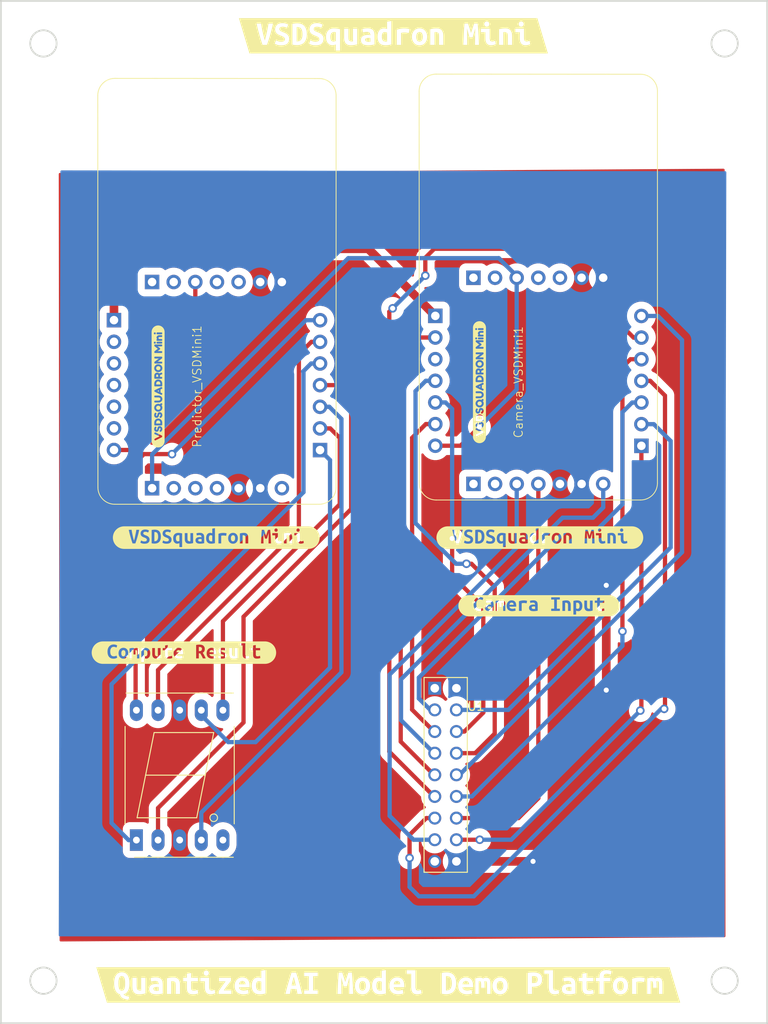
<source format=kicad_pcb>
(kicad_pcb (version 20240108) (generator "pcbnew") (generator_version "8.0")
  (layers (0 "F.Cu" signal) (31 "B.Cu" signal) (34 "B.Paste" user) (35 "F.Paste" user) (36 "B.SilkS" user "B.Silkscreen") (37 "F.SilkS" user "F.Silkscreen") (38 "B.Mask" user) (39 "F.Mask" user) (44 "Edge.Cuts" user))
  (net 0 "")
  (net 1 "Net-(AFF1-c)")
  (net 2 "Net-(AFF1-b)")
  (net 3 "Net-(AFF1-e)")
  (net 4 "Net-(AFF1-a)")
  (net 5 "+3.3V")
  (net 6 "Net-(AFF1-d)")
  (net 7 "Net-(AFF1-f)")
  (net 8 "Net-(AFF1-g)")
  (net 11 "Net-(Camera_VSDMini1-Nano_PC7)")
  (net 13 "Net-(Camera_VSDMini1-Nano_PC4)")
  (net 14 "Net-(Camera_VSDMini1-Nano_PD4)")
  (net 15 "Net-(Camera_VSDMini1-Nano_PD3)")
  (net 16 "Net-(Camera_VSDMini1-Nano_PA2)")
  (net 17 "Net-(Camera_VSDMini1-+5V)")
  (net 18 "Net-(Camera_VSDMini1-Nano_PD5)")
  (net 20 "GND")
  (net 21 "Net-(Camera_VSDMini1-Nano_PA1)")
  (net 22 "Net-(Camera_VSDMini1-Nano_PC1)")
  (net 25 "Net-(Camera_VSDMini1-Nano_PD0)")
  (net 26 "Net-(Camera_VSDMini1-Nano_PC6)")
  (net 27 "Net-(Camera_VSDMini1-Nano_PC2)")
  (net 28 "Net-(Camera_VSDMini1-Nano_PC5)")
  (net 29 "Net-(Camera_VSDMini1-Nano_PC0)")
  (net 31 "Net-(Camera_VSDMini1-Nano_PC3)")
  (net 32 "Net-(Camera_VSDMini1-Nano_PD2)")
  (net 36 "Net-(Predictor_VSDMini1-Nano_PD5)")
  (footprint "kibuzzard-66C8A86F" (layer "F.Cu") (at 71.5 126.5)
    (property "Reference" "kibuzzard-66C8A86F" (hide yes))
    (property "Value" "G***" (hide yes))
  )
  (footprint "VSD:VSDSquadron Mini" (layer "F.Cu") (at 73.5486 95.2564 90)
    (property "Reference" "Predictor_VSDMini1" (at 0 -0.5 90) (layer "F.SilkS") (effects (font (thickness 0.1))))
    (property "Value" "~")
    (pad "1" thru_hole rect (at -11.943567 -5.783567 90) (size 1.7 1.7) (drill 1) (layers "*.Cu" "*.Mask") (net 18 "Net-(Camera_VSDMini1-Nano_PD5)"))
    (pad "2" thru_hole oval (at -11.943567 -3.243567 90) (size 1.7 1.7) (drill 1) (layers "*.Cu" "*.Mask"))
    (pad "3" thru_hole oval (at -11.943567 -0.703567 90) (size 1.7 1.7) (drill 1) (layers "*.Cu" "*.Mask"))
    (pad "4" thru_hole oval (at -11.943567 1.836433 90) (size 1.7 1.7) (drill 1) (layers "*.Cu" "*.Mask"))
    (pad "5" thru_hole oval (at -11.943567 4.376433 90) (size 1.7 1.7) (drill 1) (layers "*.Cu" "*.Mask") (net 5 "+3.3V"))
    (pad "6" thru_hole oval (at -11.943567 6.916433 90) (size 1.7 1.7) (drill 1) (layers "*.Cu" "*.Mask") (net 20 "GND"))
    (pad "7" thru_hole oval (at -11.943567 9.456433 90) (size 1.7 1.7) (drill 1) (layers "*.Cu" "*.Mask"))
    (pad "8" thru_hole rect (at -7.468567 13.936433 180) (size 1.7 1.7) (drill 1) (layers "*.Cu" "*.Mask") (net 4 "Net-(AFF1-a)"))
    (pad "9" thru_hole oval (at -4.928567 13.936433 180) (size 1.7 1.7) (drill 1) (layers "*.Cu" "*.Mask") (net 2 "Net-(AFF1-b)"))
    (pad "10" thru_hole oval (at -2.388567 13.936433 180) (size 1.7 1.7) (drill 1) (layers "*.Cu" "*.Mask") (net 1 "Net-(AFF1-c)"))
    (pad "11" thru_hole oval (at 0.151433 13.936433 180) (size 1.7 1.7) (drill 1) (layers "*.Cu" "*.Mask") (net 6 "Net-(AFF1-d)"))
    (pad "12" thru_hole oval (at 2.691433 13.936433 180) (size 1.7 1.7) (drill 1) (layers "*.Cu" "*.Mask") (net 3 "Net-(AFF1-e)"))
    (pad "13" thru_hole oval (at 5.231433 13.936433 180) (size 1.7 1.7) (drill 1) (layers "*.Cu" "*.Mask") (net 7 "Net-(AFF1-f)"))
    (pad "14" thru_hole oval (at 7.771433 13.936433 180) (size 1.7 1.7) (drill 1) (layers "*.Cu" "*.Mask") (net 8 "Net-(AFF1-g)"))
    (pad "15" thru_hole oval (at 12.256433 9.451433 90) (size 1.7 1.7) (drill 1) (layers "*.Cu" "*.Mask") (net 20 "GND"))
    (pad "16" thru_hole oval (at 12.256433 6.911433 90) (size 1.7 1.7) (drill 1) (layers "*.Cu" "*.Mask") (net 5 "+3.3V"))
    (pad "17" thru_hole oval (at 12.256433 4.371433 90) (size 1.7 1.7) (drill 1) (layers "*.Cu" "*.Mask"))
    (pad "18" thru_hole oval (at 12.256433 1.831433 90) (size 1.7 1.7) (drill 1) (layers "*.Cu" "*.Mask"))
    (pad "19" thru_hole oval (at 12.256433 -0.708567 90) (size 1.7 1.7) (drill 1) (layers "*.Cu" "*.Mask") (net 36 "Net-(Predictor_VSDMini1-Nano_PD5)"))
    (pad "20" thru_hole oval (at 12.256433 -3.248567 90) (size 1.7 1.7) (drill 1) (layers "*.Cu" "*.Mask"))
    (pad "21" thru_hole rect (at 12.256433 -5.788567 90) (size 1.7 1.7) (drill 1) (layers "*.Cu" "*.Mask"))
    (pad "22" thru_hole rect (at 7.781433 -10.263567) (size 1.7 1.7) (drill 1) (layers "*.Cu" "*.Mask") (net 17 "Net-(Camera_VSDMini1-+5V)"))
    (pad "23" thru_hole oval (at 5.241433 -10.263567) (size 1.7 1.7) (drill 1) (layers "*.Cu" "*.Mask"))
    (pad "24" thru_hole oval (at 2.701433 -10.263567) (size 1.7 1.7) (drill 1) (layers "*.Cu" "*.Mask"))
    (pad "25" thru_hole oval (at 0.161433 -10.263567) (size 1.7 1.7) (drill 1) (layers "*.Cu" "*.Mask"))
    (pad "26" thru_hole oval (at -2.378567 -10.263567) (size 1.7 1.7) (drill 1) (layers "*.Cu" "*.Mask"))
    (pad "27" thru_hole oval (at -4.918567 -10.263567) (size 1.7 1.7) (drill 1) (layers "*.Cu" "*.Mask"))
    (pad "28" thru_hole oval (at -7.458567 -10.263567) (size 1.7 1.7) (drill 1) (layers "*.Cu" "*.Mask") (net 36 "Net-(Predictor_VSDMini1-Nano_PD5)"))
  )
  (footprint "kibuzzard-66C8A7E0" (layer "F.Cu") (at 113.2 121)
    (property "Reference" "kibuzzard-66C8A7E0" (hide yes))
    (property "Value" "G***" (hide yes))
  )
  (footprint "Display_7Segment:7SegmentLED_LTS6760_LTS6780" (layer "F.Cu") (at 65.92 148.5 90)
    (property "Reference" "AFF1" (hide yes))
    (property "Value" "LTS-6960HR" (hide yes))
    (pad "1" thru_hole rect (at 0 0) (size 1.524 2.524) (drill 0.8) (layers "*.Cu" "*.Mask") (net 3 "Net-(AFF1-e)"))
    (pad "2" thru_hole oval (at 0 2.54) (size 1.524 2.524) (drill 0.8) (layers "*.Cu" "*.Mask") (net 6 "Net-(AFF1-d)"))
    (pad "3" thru_hole oval (at 0 5.08) (size 1.524 2.524) (drill 0.8) (layers "*.Cu" "*.Mask") (net 5 "+3.3V"))
    (pad "4" thru_hole oval (at 0 7.62) (size 1.524 2.524) (drill 0.8) (layers "*.Cu" "*.Mask") (net 1 "Net-(AFF1-c)"))
    (pad "5" thru_hole oval (at 0 10.16) (size 1.524 2.524) (drill 0.8) (layers "*.Cu" "*.Mask"))
    (pad "6" thru_hole oval (at 15.24 10.16) (size 1.524 2.524) (drill 0.8) (layers "*.Cu" "*.Mask") (net 2 "Net-(AFF1-b)"))
    (pad "7" thru_hole oval (at 15.24 7.62) (size 1.524 2.524) (drill 0.8) (layers "*.Cu" "*.Mask") (net 4 "Net-(AFF1-a)"))
    (pad "8" thru_hole oval (at 15.24 5.08) (size 1.524 2.524) (drill 0.8) (layers "*.Cu" "*.Mask") (net 5 "+3.3V"))
    (pad "9" thru_hole oval (at 15.24 2.54) (size 1.524 2.524) (drill 0.8) (layers "*.Cu" "*.Mask") (net 7 "Net-(AFF1-f)"))
    (pad "10" thru_hole oval (at 15.24 0) (size 1.524 2.524) (drill 0.8) (layers "*.Cu" "*.Mask") (net 8 "Net-(AFF1-g)"))
  )
  (footprint "kibuzzard-66C8A791" (layer "F.Cu") (at 75.3 113)
    (property "Reference" "kibuzzard-66C8A791" (hide yes))
    (property "Value" "G***" (hide yes))
  )
  (footprint "VSD:VSDSquadron Mini" (layer "F.Cu") (at 111.2886 94.7564 90)
    (property "Reference" "Camera_VSDMini1" (at 0 -0.5 90) (layer "F.SilkS") (effects (font (thickness 0.1))))
    (property "Value" "~")
    (pad "1" thru_hole rect (at -11.943567 -5.783567 90) (size 1.7 1.7) (drill 1) (layers "*.Cu" "*.Mask"))
    (pad "2" thru_hole oval (at -11.943567 -3.243567 90) (size 1.7 1.7) (drill 1) (layers "*.Cu" "*.Mask"))
    (pad "3" thru_hole oval (at -11.943567 -0.703567 90) (size 1.7 1.7) (drill 1) (layers "*.Cu" "*.Mask") (net 21 "Net-(Camera_VSDMini1-Nano_PA1)"))
    (pad "4" thru_hole oval (at -11.943567 1.836433 90) (size 1.7 1.7) (drill 1) (layers "*.Cu" "*.Mask") (net 16 "Net-(Camera_VSDMini1-Nano_PA2)"))
    (pad "5" thru_hole oval (at -11.943567 4.376433 90) (size 1.7 1.7) (drill 1) (layers "*.Cu" "*.Mask") (net 5 "+3.3V"))
    (pad "6" thru_hole oval (at -11.943567 6.916433 90) (size 1.7 1.7) (drill 1) (layers "*.Cu" "*.Mask") (net 20 "GND"))
    (pad "7" thru_hole oval (at -11.943567 9.456433 90) (size 1.7 1.7) (drill 1) (layers "*.Cu" "*.Mask") (net 25 "Net-(Camera_VSDMini1-Nano_PD0)"))
    (pad "8" thru_hole rect (at -7.468567 13.936433 180) (size 1.7 1.7) (drill 1) (layers "*.Cu" "*.Mask") (net 29 "Net-(Camera_VSDMini1-Nano_PC0)"))
    (pad "9" thru_hole oval (at -4.928567 13.936433 180) (size 1.7 1.7) (drill 1) (layers "*.Cu" "*.Mask") (net 22 "Net-(Camera_VSDMini1-Nano_PC1)"))
    (pad "10" thru_hole oval (at -2.388567 13.936433 180) (size 1.7 1.7) (drill 1) (layers "*.Cu" "*.Mask") (net 27 "Net-(Camera_VSDMini1-Nano_PC2)"))
    (pad "11" thru_hole oval (at 0.151433 13.936433 180) (size 1.7 1.7) (drill 1) (layers "*.Cu" "*.Mask") (net 31 "Net-(Camera_VSDMini1-Nano_PC3)"))
    (pad "12" thru_hole oval (at 2.691433 13.936433 180) (size 1.7 1.7) (drill 1) (layers "*.Cu" "*.Mask") (net 13 "Net-(Camera_VSDMini1-Nano_PC4)"))
    (pad "13" thru_hole oval (at 5.231433 13.936433 180) (size 1.7 1.7) (drill 1) (layers "*.Cu" "*.Mask") (net 28 "Net-(Camera_VSDMini1-Nano_PC5)"))
    (pad "14" thru_hole oval (at 7.771433 13.936433 180) (size 1.7 1.7) (drill 1) (layers "*.Cu" "*.Mask") (net 26 "Net-(Camera_VSDMini1-Nano_PC6)"))
    (pad "15" thru_hole oval (at 12.256433 9.451433 90) (size 1.7 1.7) (drill 1) (layers "*.Cu" "*.Mask") (net 20 "GND"))
    (pad "16" thru_hole oval (at 12.256433 6.911433 90) (size 1.7 1.7) (drill 1) (layers "*.Cu" "*.Mask") (net 5 "+3.3V"))
    (pad "17" thru_hole oval (at 12.256433 4.371433 90) (size 1.7 1.7) (drill 1) (layers "*.Cu" "*.Mask"))
    (pad "18" thru_hole oval (at 12.256433 1.831433 90) (size 1.7 1.7) (drill 1) (layers "*.Cu" "*.Mask"))
    (pad "19" thru_hole oval (at 12.256433 -0.708567 90) (size 1.7 1.7) (drill 1) (layers "*.Cu" "*.Mask") (net 18 "Net-(Camera_VSDMini1-Nano_PD5)"))
    (pad "20" thru_hole oval (at 12.256433 -3.248567 90) (size 1.7 1.7) (drill 1) (layers "*.Cu" "*.Mask"))
    (pad "21" thru_hole rect (at 12.256433 -5.788567 90) (size 1.7 1.7) (drill 1) (layers "*.Cu" "*.Mask"))
    (pad "22" thru_hole rect (at 7.781433 -10.263567) (size 1.7 1.7) (drill 1) (layers "*.Cu" "*.Mask") (net 17 "Net-(Camera_VSDMini1-+5V)"))
    (pad "23" thru_hole oval (at 5.241433 -10.263567) (size 1.7 1.7) (drill 1) (layers "*.Cu" "*.Mask") (net 11 "Net-(Camera_VSDMini1-Nano_PC7)"))
    (pad "24" thru_hole oval (at 2.701433 -10.263567) (size 1.7 1.7) (drill 1) (layers "*.Cu" "*.Mask"))
    (pad "25" thru_hole oval (at 0.161433 -10.263567) (size 1.7 1.7) (drill 1) (layers "*.Cu" "*.Mask") (net 32 "Net-(Camera_VSDMini1-Nano_PD2)"))
    (pad "26" thru_hole oval (at -2.378567 -10.263567) (size 1.7 1.7) (drill 1) (layers "*.Cu" "*.Mask") (net 15 "Net-(Camera_VSDMini1-Nano_PD3)"))
    (pad "27" thru_hole oval (at -4.918567 -10.263567) (size 1.7 1.7) (drill 1) (layers "*.Cu" "*.Mask") (net 14 "Net-(Camera_VSDMini1-Nano_PD4)"))
    (pad "28" thru_hole oval (at -7.458567 -10.263567) (size 1.7 1.7) (drill 1) (layers "*.Cu" "*.Mask") (net 18 "Net-(Camera_VSDMini1-Nano_PD5)"))
  )
  (footprint "kibuzzard-66C8ADA8" (layer "F.Cu") (at 95.5 165.5)
    (property "Reference" "kibuzzard-66C8ADA8" (hide yes))
    (property "Value" "G***" (hide yes))
  )
  (footprint "kibuzzard-66C8A791" (layer "F.Cu") (at 113.3 113)
    (property "Reference" "kibuzzard-66C8A791" (hide yes))
    (property "Value" "G***" (hide yes))
  )
  (footprint "kibuzzard-66C8AD7B" (layer "F.Cu") (at 96.1 54.1)
    (property "Reference" "kibuzzard-66C8AD7B" (hide yes))
    (property "Value" "G***" (hide yes))
  )
  (footprint "OV7670:CAMERA-OV7670-DIP" (layer "F.Cu") (at 114.46 141)
    (property "Reference" "U1" (at -8.652 -8.19 180) (layer "F.SilkS"))
    (property "Value" "CAMERA-OV7670")
    (pad "P$1" thru_hole circle (at -13.5 10) (size 1.524 1.524) (drill 1.016) (layers "*.Cu" "*.Mask") (net 5 "+3.3V"))
    (pad "P$2" thru_hole circle (at -13.5 7.46) (size 1.524 1.524) (drill 1.016) (layers "*.Cu" "*.Mask") (net 21 "Net-(Camera_VSDMini1-Nano_PA1)"))
    (pad "P$3" thru_hole circle (at -13.5 4.92) (size 1.524 1.524) (drill 1.016) (layers "*.Cu" "*.Mask") (net 31 "Net-(Camera_VSDMini1-Nano_PC3)"))
    (pad "P$4" thru_hole circle (at -13.5 2.38) (size 1.524 1.524) (drill 1.016) (layers "*.Cu" "*.Mask") (net 28 "Net-(Camera_VSDMini1-Nano_PC5)"))
    (pad "P$5" thru_hole circle (at -13.5 -0.16) (size 1.524 1.524) (drill 1.016) (layers "*.Cu" "*.Mask") (net 11 "Net-(Camera_VSDMini1-Nano_PC7)"))
    (pad "P$6" thru_hole circle (at -13.5 -2.7) (size 1.524 1.524) (drill 1.016) (layers "*.Cu" "*.Mask") (net 25 "Net-(Camera_VSDMini1-Nano_PD0)"))
    (pad "P$7" thru_hole circle (at -13.5 -5.24) (size 1.524 1.524) (drill 1.016) (layers "*.Cu" "*.Mask") (net 14 "Net-(Camera_VSDMini1-Nano_PD4)"))
    (pad "P$8" thru_hole circle (at -13.5 -7.78) (size 1.524 1.524) (drill 1.016) (layers "*.Cu" "*.Mask") (net 27 "Net-(Camera_VSDMini1-Nano_PC2)"))
    (pad "P$9" thru_hole rect (at -13.5 -10.32) (size 1.524 1.524) (drill 1.016) (layers "*.Cu" "*.Mask") (net 5 "+3.3V"))
    (pad "P$10" thru_hole circle (at -10.96 -10.32) (size 1.524 1.524) (drill 1.016) (layers "*.Cu" "*.Mask") (net 20 "GND"))
    (pad "P$11" thru_hole circle (at -10.96 -7.78) (size 1.524 1.524) (drill 1.016) (layers "*.Cu" "*.Mask") (net 22 "Net-(Camera_VSDMini1-Nano_PC1)"))
    (pad "P$12" thru_hole circle (at -10.96 -5.24) (size 1.524 1.524) (drill 1.016) (layers "*.Cu" "*.Mask") (net 15 "Net-(Camera_VSDMini1-Nano_PD3)"))
    (pad "P$13" thru_hole circle (at -10.96 -2.7) (size 1.524 1.524) (drill 1.016) (layers "*.Cu" "*.Mask") (net 32 "Net-(Camera_VSDMini1-Nano_PD2)"))
    (pad "P$14" thru_hole circle (at -10.96 -0.16) (size 1.524 1.524) (drill 1.016) (layers "*.Cu" "*.Mask") (net 26 "Net-(Camera_VSDMini1-Nano_PC6)"))
    (pad "P$15" thru_hole circle (at -10.96 2.38) (size 1.524 1.524) (drill 1.016) (layers "*.Cu" "*.Mask") (net 13 "Net-(Camera_VSDMini1-Nano_PC4)"))
    (pad "P$16" thru_hole circle (at -10.96 4.92) (size 1.524 1.524) (drill 1.016) (layers "*.Cu" "*.Mask") (net 16 "Net-(Camera_VSDMini1-Nano_PA2)"))
    (pad "P$17" thru_hole circle (at -10.96 7.46) (size 1.524 1.524) (drill 1.016) (layers "*.Cu" "*.Mask") (net 29 "Net-(Camera_VSDMini1-Nano_PC0)"))
    (pad "P$18" thru_hole circle (at -10.96 10) (size 1.524 1.524) (drill 1.016) (layers "*.Cu" "*.Mask") (net 20 "GND"))
  )
  (gr_circle (center 55 55) (end 56.55 55) (stroke (width 0.2)) (fill none) (layer "Edge.Cuts"))
  (gr_rect (start 50 50) (end 140 170) (stroke (width 0.2)) (fill none) (layer "Edge.Cuts"))
  (gr_circle (center 135 165) (end 136.55 165) (stroke (width 0.2)) (fill none) (layer "Edge.Cuts"))
  (gr_circle (center 135 55) (end 136.55 55) (stroke (width 0.2)) (fill none) (layer "Edge.Cuts"))
  (gr_circle (center 55 165) (end 56.55 165) (stroke (width 0.2)) (fill none) (layer "Edge.Cuts"))
  (segment (start 73.54 145.2722) (end 90 128.8122) (width 0.5) (layer "B.Cu") (net 1))
  (segment (start 90 99.0733) (end 88.5717 97.645) (width 0.5) (layer "B.Cu") (net 1))
  (segment (start 88.5717 97.645) (end 87.485 97.645) (width 0.5) (layer "B.Cu") (net 1))
  (segment (start 90 128.8122) (end 90 99.0733) (width 0.5) (layer "B.Cu") (net 1))
  (segment (start 73.54 148.5) (end 73.54 145.2722) (width 0.5) (layer "B.Cu") (net 1))
  (segment (start 89.8 101.3) (end 89.8 109.095046) (width 0.5) (layer "F.Cu") (net 2))
  (segment (start 88.685 100.185) (end 89.8 101.3) (width 0.5) (layer "F.Cu") (net 2))
  (segment (start 76.08 122.815046) (end 76.08 133.26) (width 0.5) (layer "F.Cu") (net 2))
  (segment (start 89.8 109.095046) (end 76.08 122.815046) (width 0.5) (layer "F.Cu") (net 2))
  (segment (start 87.485 100.185) (end 88.685 100.185) (width 0.5) (layer "F.Cu") (net 2))
  (segment (start 65 148.5) (end 63 146.5) (width 0.5) (layer "B.Cu") (net 3))
  (segment (start 63 130.2113) (end 85.5433 107.668) (width 0.5) (layer "B.Cu") (net 3))
  (segment (start 86.435 92.565) (end 87.485 92.565) (width 0.5) (layer "B.Cu") (net 3))
  (segment (start 85.5 93.5) (end 86.435 92.565) (width 0.5) (layer "B.Cu") (net 3))
  (segment (start 85.5433 107.668) (end 85.5433 93.5433) (width 0.5) (layer "B.Cu") (net 3))
  (segment (start 85.5433 93.5433) (end 85.5 93.5) (width 0.5) (layer "B.Cu") (net 3))
  (segment (start 63 146.5) (end 63 130.2113) (width 0.5) (layer "B.Cu") (net 3))
  (segment (start 65.92 148.5) (end 65 148.5) (width 0.5) (layer "B.Cu") (net 3))
  (segment (start 88.66 128.257154) (end 88.66 103.9) (width 0.5) (layer "B.Cu") (net 4))
  (segment (start 79.917154 137) (end 88.66 128.257154) (width 0.5) (layer "B.Cu") (net 4))
  (segment (start 88.66 103.9) (end 87.485 102.725) (width 0.5) (layer "B.Cu") (net 4))
  (segment (start 73.54 133.26) (end 73.54 133.839124) (width 0.5) (layer "B.Cu") (net 4))
  (segment (start 73.54 133.839124) (end 76.700876 137) (width 0.5) (layer "B.Cu") (net 4))
  (segment (start 76.700876 137) (end 79.917154 137) (width 0.5) (layer "B.Cu") (net 4))
  (segment (start 68.46 144.74) (end 78.5 134.7) (width 0.5) (layer "F.Cu") (net 6))
  (segment (start 91.14 109.650092) (end 91.14 96.8183) (width 0.5) (layer "F.Cu") (net 6))
  (segment (start 89.4267 95.105) (end 87.485 95.105) (width 0.5) (layer "F.Cu") (net 6))
  (segment (start 78.5 122.290092) (end 91.14 109.650092) (width 0.5) (layer "F.Cu") (net 6))
  (segment (start 68.46 148.5) (end 68.46 144.74) (width 0.5) (layer "F.Cu") (net 6))
  (segment (start 78.5 134.7) (end 78.5 122.290092) (width 0.5) (layer "F.Cu") (net 6))
  (segment (start 91.14 96.8183) (end 89.4267 95.105) (width 0.5) (layer "F.Cu") (net 6))
  (segment (start 86.475 90.025) (end 87.485 90.025) (width 0.5) (layer "F.Cu") (net 7))
  (segment (start 85 112) (end 85 91.5) (width 0.5) (layer "F.Cu") (net 7))
  (segment (start 85 91.5) (end 86.475 90.025) (width 0.5) (layer "F.Cu") (net 7))
  (segment (start 68.46 133.26) (end 68.46 128.54) (width 0.5) (layer "F.Cu") (net 7))
  (segment (start 68.46 128.54) (end 85 112) (width 0.5) (layer "F.Cu") (net 7))
  (segment (start 66.8 103.2) (end 70.1 103.2) (width 0.5) (layer "F.Cu") (net 8))
  (segment (start 65.825033 104.174967) (end 66.8 103.2) (width 0.5) (layer "F.Cu") (net 8))
  (segment (start 65.92 133.26) (end 65.825033 133.165033) (width 0.5) (layer "F.Cu") (net 8))
  (segment (start 65.825033 133.165033) (end 65.825033 104.174967) (width 0.5) (layer "F.Cu") (net 8))
  (via (at 70.1 103.2) (size 1) (drill 0.6) (layers "F.Cu" "B.Cu") (net 8))
  (segment (start 85.815033 87.484967) (end 87.485033 87.484967) (width 0.5) (layer "B.Cu") (net 8))
  (segment (start 70.1 103.2) (end 85.815033 87.484967) (width 0.5) (layer "B.Cu") (net 8))
  (segment (start 100.96 140.84) (end 100.861 140.84) (width 0.5) (layer "F.Cu") (net 11))
  (segment (start 96.96 91.6383) (end 99.0833 89.515) (width 0.5) (layer "F.Cu") (net 11))
  (segment (start 100.861 140.84) (end 96.96 136.939) (width 0.5) (layer "F.Cu") (net 11))
  (segment (start 99.0833 89.515) (end 101.025 89.515) (width 0.5) (layer "F.Cu") (net 11))
  (segment (start 96.96 136.939) (end 96.96 91.6383) (width 0.5) (layer "F.Cu") (net 11))
  (segment (start 123 93) (end 123.935 92.065) (width 0.5) (layer "F.Cu") (net 13))
  (segment (start 123 124) (end 123 93) (width 0.5) (layer "F.Cu") (net 13))
  (segment (start 123.935 92.065) (end 125.225 92.065) (width 0.5) (layer "F.Cu") (net 13))
  (via (at 123 124) (size 1) (drill 0.6) (layers "F.Cu" "B.Cu") (net 13))
  (segment (start 123 124) (end 123 125.7) (width 0.5) (layer "B.Cu") (net 13))
  (segment (start 105.32 143.38) (end 103.5 143.38) (width 0.5) (layer "B.Cu") (net 13))
  (segment (start 123 125.7) (end 105.32 143.38) (width 0.5) (layer "B.Cu") (net 13))
  (segment (start 98.3 133.1935) (end 98.3 101.2833) (width 0.5) (layer "F.Cu") (net 14))
  (segment (start 98.3 101.2833) (end 99.9083 99.675) (width 0.5) (layer "F.Cu") (net 14))
  (segment (start 99.9083 99.675) (end 101.025 99.675) (width 0.5) (layer "F.Cu") (net 14))
  (segment (start 100.96 135.76) (end 100.8665 135.76) (width 0.5) (layer "F.Cu") (net 14))
  (segment (start 100.8665 135.76) (end 98.3 133.1935) (width 0.5) (layer "F.Cu") (net 14))
  (segment (start 104.44 135.76) (end 103.5 135.76) (width 0.5) (layer "F.Cu") (net 15))
  (segment (start 106.66 121.125757) (end 106.66 133.54) (width 0.5) (layer "F.Cu") (net 15))
  (segment (start 103 113.1) (end 103 117.307156) (width 0.5) (layer "F.Cu") (net 15))
  (segment (start 103 117.307156) (end 103.096422 117.403578) (width 0.5) (layer "F.Cu") (net 15))
  (segment (start 103.096422 117.403578) (end 103.096422 117.562179) (width 0.5) (layer "F.Cu") (net 15))
  (segment (start 103.096422 117.562179) (end 106.66 121.125757) (width 0.5) (layer "F.Cu") (net 15))
  (segment (start 106.66 133.54) (end 104.44 135.76) (width 0.5) (layer "F.Cu") (net 15))
  (via (at 103 113.1) (size 1) (drill 0.6) (layers "F.Cu" "B.Cu") (net 15))
  (segment (start 103 113.1) (end 103 97.907853) (width 0.5) (layer "B.Cu") (net 15))
  (segment (start 103 97.907853) (end 102.227114 97.134967) (width 0.5) (layer "B.Cu") (net 15))
  (segment (start 102.227114 97.134967) (end 101.025033 97.134967) (width 0.5) (layer "B.Cu") (net 15))
  (segment (start 110.789908 145.92) (end 103.5 145.92) (width 0.5) (layer "F.Cu") (net 16))
  (segment (start 113.125 106.7) (end 113.125 143.584908) (width 0.5) (layer "F.Cu") (net 16))
  (segment (start 113.125 143.584908) (end 110.789908 145.92) (width 0.5) (layer "F.Cu") (net 16))
  (segment (start 93.150066 79.1) (end 101.025033 86.974967) (width 1.016) (layer "F.Cu") (net 17))
  (segment (start 63.285033 87.474967) (end 63.285033 83.078967) (width 1.016) (layer "F.Cu") (net 17))
  (segment (start 67.264 79.1) (end 93.150066 79.1) (width 1.016) (layer "F.Cu") (net 17))
  (segment (start 63.285033 83.078967) (end 67.264 79.1) (width 1.016) (layer "F.Cu") (net 17))
  (segment (start 103.985033 102.214967) (end 101.025033 102.214967) (width 0.5) (layer "F.Cu") (net 18))
  (segment (start 106.2 100) (end 103.985033 102.214967) (width 0.5) (layer "F.Cu") (net 18))
  (via (at 106.2 100) (size 1) (drill 0.6) (layers "F.Cu" "B.Cu") (net 18))
  (segment (start 110.58 95.62) (end 110.58 82.5) (width 0.5) (layer "B.Cu") (net 18))
  (segment (start 110.58 82.5) (end 110.580033 82.499967) (width 0.5) (layer "B.Cu") (net 18))
  (segment (start 110.580033 82.499967) (end 110.580033 82.296392) (width 0.5) (layer "B.Cu") (net 18))
  (segment (start 110.580033 82.296392) (end 108.483641 80.2) (width 0.5) (layer "B.Cu") (net 18))
  (segment (start 108.483641 80.2) (end 90.8 80.2) (width 0.5) (layer "B.Cu") (net 18))
  (segment (start 106.2 100) (end 110.58 95.62) (width 0.5) (layer "B.Cu") (net 18))
  (segment (start 90.8 80.2) (end 67.765 103.235) (width 0.5) (layer "B.Cu") (net 18))
  (segment (start 67.765 103.235) (end 67.765 107.2) (width 0.5) (layer "B.Cu") (net 18))
  (segment (start 103.5 151) (end 112.5 151) (width 1.016) (layer "F.Cu") (net 20))
  (segment (start 121.1 118.6) (end 121.1 130.9) (width 1.016) (layer "F.Cu") (net 20))
  (via (at 121.1 118.6) (size 1) (drill 0.6) (layers "F.Cu" "B.Cu") (net 20))
  (via (at 112.5 151) (size 1) (drill 0.6) (layers "F.Cu" "B.Cu") (net 20))
  (via (at 121.1 130.9) (size 1) (drill 0.6) (layers "F.Cu" "B.Cu") (net 20))
  (segment (start 95.66 129.075354) (end 95.66 145.66) (width 0.5) (layer "B.Cu") (net 21))
  (segment (start 110.585 114.150354) (end 95.66 129.075354) (width 0.5) (layer "B.Cu") (net 21))
  (segment (start 95.66 145.66) (end 98.46 148.46) (width 0.5) (layer "B.Cu") (net 21))
  (segment (start 98.46 148.46) (end 100.96 148.46) (width 0.5) (layer "B.Cu") (net 21))
  (segment (start 110.585 106.7) (end 110.585 114.150354) (width 0.5) (layer "B.Cu") (net 21))
  (segment (start 109.595754 133.22) (end 103.5 133.22) (width 0.5) (layer "B.Cu") (net 22))
  (segment (start 128.66 114.155754) (end 109.595754 133.22) (width 0.5) (layer "B.Cu") (net 22))
  (segment (start 126.685 99.685) (end 128.66 101.66) (width 0.5) (layer "B.Cu") (net 22))
  (segment (start 128.66 101.66) (end 128.66 114.155754) (width 0.5) (layer "B.Cu") (net 22))
  (segment (start 125.225 99.685) (end 126.685 99.685) (width 0.5) (layer "B.Cu") (net 22))
  (segment (start 100.96 138.3) (end 100.8675 138.3) (width 0.5) (layer "B.Cu") (net 25))
  (segment (start 120.745 109.454242) (end 120.745 106.7) (width 0.5) (layer "B.Cu") (net 25))
  (segment (start 115.9704 110.66) (end 119.539242 110.66) (width 0.5) (layer "B.Cu") (net 25))
  (segment (start 100.8675 138.3) (end 97 134.4325) (width 0.5) (layer "B.Cu") (net 25))
  (segment (start 97 129.6304) (end 115.9704 110.66) (width 0.5) (layer "B.Cu") (net 25))
  (segment (start 97 134.4325) (end 97 129.6304) (width 0.5) (layer "B.Cu") (net 25))
  (segment (start 119.539242 110.66) (end 120.745 109.454242) (width 0.5) (layer "B.Cu") (net 25))
  (segment (start 103.8708 140.84) (end 130 114.7108) (width 0.5) (layer "B.Cu") (net 26))
  (segment (start 130 89.8183) (end 127.1667 86.985) (width 0.5) (layer "B.Cu") (net 26))
  (segment (start 103.5 140.84) (end 103.8708 140.84) (width 0.5) (layer "B.Cu") (net 26))
  (segment (start 127.1667 86.985) (end 125.225 86.985) (width 0.5) (layer "B.Cu") (net 26))
  (segment (start 130 114.7108) (end 130 89.8183) (width 0.5) (layer "B.Cu") (net 26))
  (segment (start 100.4321 133.22) (end 99.0934 131.8813) (width 0.5) (layer "B.Cu") (net 27))
  (segment (start 99.0934 129.432046) (end 116.525446 112) (width 0.5) (layer "B.Cu") (net 27))
  (segment (start 123 109.094288) (end 123 98.2833) (width 0.5) (layer "B.Cu") (net 27))
  (segment (start 100.96 133.22) (end 100.4321 133.22) (width 0.5) (layer "B.Cu") (net 27))
  (segment (start 124.1383 97.145) (end 125.225 97.145) (width 0.5) (layer "B.Cu") (net 27))
  (segment (start 120.094288 112) (end 123 109.094288) (width 0.5) (layer "B.Cu") (net 27))
  (segment (start 123 98.2833) (end 124.1383 97.145) (width 0.5) (layer "B.Cu") (net 27))
  (segment (start 116.525446 112) (end 120.094288 112) (width 0.5) (layer "B.Cu") (net 27))
  (segment (start 99.0934 131.8813) (end 99.0934 129.432046) (width 0.5) (layer "B.Cu") (net 27))
  (segment (start 95.62 138.1243) (end 100.8757 143.38) (width 0.5) (layer "F.Cu") (net 28))
  (segment (start 96.01 86.09) (end 95.62 86.48) (width 0.5) (layer "F.Cu") (net 28))
  (segment (start 95.62 86.48) (end 95.62 138.1243) (width 0.5) (layer "F.Cu") (net 28))
  (segment (start 123.19165 82.208009) (end 123.19165 88.40835) (width 0.5) (layer "F.Cu") (net 28))
  (segment (start 120.083641 79.1) (end 123.19165 82.208009) (width 0.5) (layer "F.Cu") (net 28))
  (segment (start 100.9 79.1) (end 120.083641 79.1) (width 0.5) (layer "F.Cu") (net 28))
  (segment (start 124.3083 89.525) (end 123.19165 88.40835) (width 0.5) (layer "F.Cu") (net 28))
  (segment (start 125.225 89.525) (end 124.3083 89.525) (width 0.5) (layer "F.Cu") (net 28))
  (segment (start 100.8757 143.38) (end 100.96 143.38) (width 0.5) (layer "F.Cu") (net 28))
  (segment (start 99.85 80.15) (end 100.9 79.1) (width 0.5) (layer "F.Cu") (net 28))
  (segment (start 99.85 82.25) (end 99.85 80.15) (width 0.5) (layer "F.Cu") (net 28))
  (via (at 99.85 82.25) (size 1) (drill 0.6) (layers "F.Cu" "B.Cu") (net 28))
  (via (at 96.01 86.09) (size 1) (drill 0.6) (layers "F.Cu" "B.Cu") (net 28))
  (segment (start 96.01 86.09) (end 99.85 82.25) (width 0.5) (layer "B.Cu") (net 28))
  (segment (start 103.5 148.46) (end 106.24 148.46) (width 0.5) (layer "F.Cu") (net 29))
  (segment (start 125.225 133.379954) (end 125.225 102.225) (width 0.5) (layer "F.Cu") (net 29))
  (via (at 125.1 133.3) (size 1) (drill 0.6) (layers "F.Cu" "B.Cu") (net 29))
  (via (at 106.24 148.46) (size 1) (drill 0.6) (layers "F.Cu" "B.Cu") (net 29))
  (segment (start 106.24 148.46) (end 109.94 148.46) (width 0.5) (layer "B.Cu") (net 29))
  (segment (start 109.94 148.46) (end 125.1 133.3) (width 0.5) (layer "B.Cu") (net 29))
  (segment (start 99.96795 145.92) (end 100.96 145.92) (width 0.5) (layer "F.Cu") (net 31))
  (segment (start 98 150.6) (end 98 147.88795) (width 0.5) (layer "F.Cu") (net 31))
  (segment (start 128 133) (end 127.9 133.1) (width 0.5) (layer "F.Cu") (net 31))
  (segment (start 98 147.88795) (end 99.96795 145.92) (width 0.5) (layer "F.Cu") (net 31))
  (segment (start 126.2717 94.605) (end 128 96.3333) (width 0.5) (layer "F.Cu") (net 31))
  (segment (start 128 96.3333) (end 128 133) (width 0.5) (layer "F.Cu") (net 31))
  (segment (start 125.225 94.605) (end 126.2717 94.605) (width 0.5) (layer "F.Cu") (net 31))
  (via (at 127.9 133.1) (size 1) (drill 0.6) (layers "F.Cu" "B.Cu") (net 31))
  (via (at 98 150.6) (size 1) (drill 0.6) (layers "F.Cu" "B.Cu") (net 31))
  (segment (start 98 150.6) (end 98 154) (width 0.5) (layer "B.Cu") (net 31))
  (segment (start 105.5486 155.1) (end 127.5486 133.1) (width 0.5) (layer "B.Cu") (net 31))
  (segment (start 127.5486 133.1) (end 127.9 133.1) (width 0.5) (layer "B.Cu") (net 31))
  (segment (start 99.1 155.1) (end 105.5486 155.1) (width 0.5) (layer "B.Cu") (net 31))
  (segment (start 98 154) (end 99.1 155.1) (width 0.5) (layer "B.Cu") (net 31))
  (segment (start 105.2688 116.0688) (end 108 118.8) (width 0.5) (layer "F.Cu") (net 32))
  (segment (start 104.680605 116.0688) (end 105.2688 116.0688) (width 0.5) (layer "F.Cu") (net 32))
  (segment (start 108 118.8) (end 108 136) (width 0.5) (layer "F.Cu") (net 32))
  (segment (start 105.7 138.3) (end 103.5 138.3) (width 0.5) (layer "F.Cu") (net 32))
  (segment (start 108 136) (end 105.7 138.3) (width 0.5) (layer "F.Cu") (net 32))
  (via (at 104.680605 116.0688) (size 1) (drill 0.6) (layers "F.Cu" "B.Cu") (net 32))
  (segment (start 98.7 95.8) (end 99.905 94.595) (width 0.5) (layer "B.Cu") (net 32))
  (segment (start 104.680605 116.0688) (end 103.4688 116.0688) (width 0.5) (layer "B.Cu") (net 32))
  (segment (start 98.7 111.3) (end 98.7 95.8) (width 0.5) (layer "B.Cu") (net 32))
  (segment (start 99.905 94.595) (end 101.025 94.595) (width 0.5) (layer "B.Cu") (net 32))
  (segment (start 103.4688 116.0688) (end 98.7 111.3) (width 0.5) (layer "B.Cu") (net 32))
  (segment (start 72.84 95.1017) (end 72.84 83) (width 0.5) (layer "F.Cu") (net 36))
  (segment (start 65.2267 102.715) (end 72.84 95.1017) (width 0.5) (layer "F.Cu") (net 36))
  (segment (start 63.285 102.715) (end 65.2267 102.715) (width 0.5) (layer "F.Cu") (net 36))
  (zone (net 5) (net_name "+3.3V") (layer "F.Cu") (connect_pads yes (clearance 0.762)) (min_thickness 0.254) (fill yes (thermal_gap 0.15) (thermal_bridge_width 0.5))
    (polygon (pts (xy 56.8 70.2) (xy 135 69.7) (xy 135.1 159.9) (xy 56.9 160.4)))
  )
  (zone (net 20) (net_name "GND") (layer "B.Cu") (connect_pads yes (clearance 0.762)) (min_thickness 0.254) (fill yes (thermal_gap 0.25) (thermal_bridge_width 0.5))
    (polygon (pts (xy 57 69.9) (xy 135.2 70) (xy 135 159.9) (xy 56.8 159.8)))
  )
)
</source>
